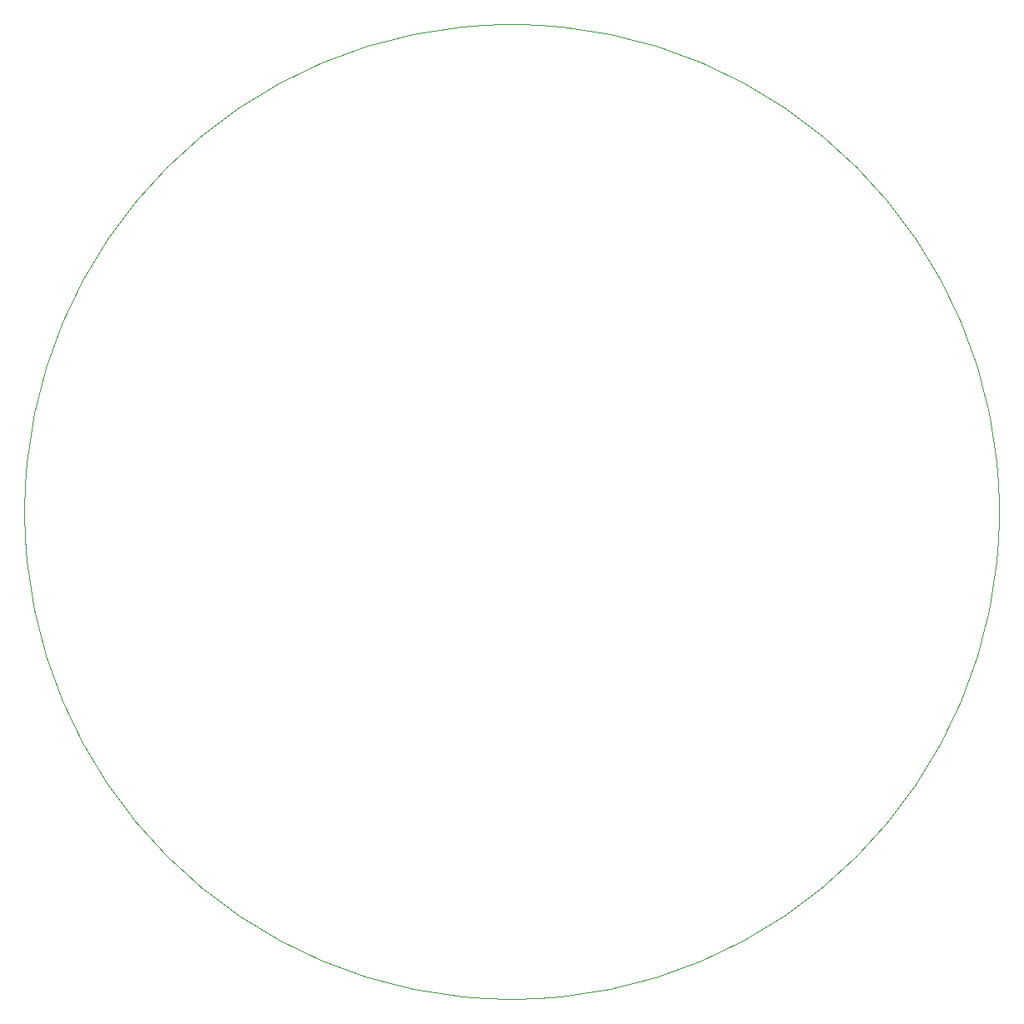
<source format=gbr>
%TF.GenerationSoftware,KiCad,Pcbnew,5.1.9-73d0e3b20d~88~ubuntu20.04.1*%
%TF.CreationDate,2021-03-24T22:26:07+08:00*%
%TF.ProjectId,elec-car,656c6563-2d63-4617-922e-6b696361645f,rev?*%
%TF.SameCoordinates,Original*%
%TF.FileFunction,Profile,NP*%
%FSLAX46Y46*%
G04 Gerber Fmt 4.6, Leading zero omitted, Abs format (unit mm)*
G04 Created by KiCad (PCBNEW 5.1.9-73d0e3b20d~88~ubuntu20.04.1) date 2021-03-24 22:26:07*
%MOMM*%
%LPD*%
G01*
G04 APERTURE LIST*
%TA.AperFunction,Profile*%
%ADD10C,0.050000*%
%TD*%
G04 APERTURE END LIST*
D10*
X214630000Y-107950000D02*
G75*
G03*
X214630000Y-107950000I-49530000J0D01*
G01*
M02*

</source>
